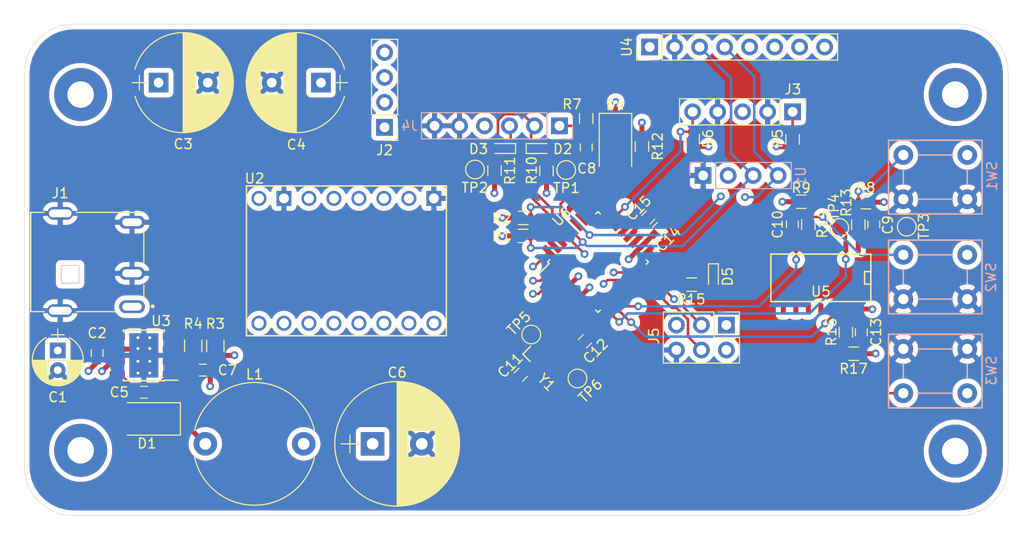
<source format=kicad_pcb>
(kicad_pcb (version 20171130) (host pcbnew "(5.1.6)-1")
  (layers (0 F.Cu power) (1 In1.Cu mixed) (2 In2.Cu mixed) (31 B.Cu power) (34 B.Paste user) (35 F.Paste user) (36 B.SilkS user) (37 F.SilkS user) (38 B.Mask user) (39 F.Mask user) (44 Edge.Cuts user))
  (net 0 "")
  (net 1 GND)
  (net 2 +12V)
  (net 3 "Net-(C5-Pad1)")
  (net 4 "Net-(C5-Pad2)")
  (net 5 +5V)
  (net 6 RESET_PIN)
  (net 7 DTR)
  (net 8 "Net-(C9-Pad1)")
  (net 9 "Net-(C10-Pad1)")
  (net 10 "Net-(C11-Pad1)")
  (net 11 "Net-(C12-Pad1)")
  (net 12 "Net-(C13-Pad1)")
  (net 13 "Net-(C15-Pad1)")
  (net 14 RXI)
  (net 15 "Net-(D2-Pad2)")
  (net 16 TXO)
  (net 17 "Net-(D3-Pad2)")
  (net 18 "Net-(D5-Pad2)")
  (net 19 "Net-(J2-Pad1)")
  (net 20 "Net-(J2-Pad2)")
  (net 21 "Net-(J2-Pad3)")
  (net 22 "Net-(J2-Pad4)")
  (net 23 SENSE)
  (net 24 "Net-(J3-Pad1)")
  (net 25 MOSI)
  (net 26 SCK)
  (net 27 MISO)
  (net 28 SCL)
  (net 29 SDA)
  (net 30 V_SNS)
  (net 31 "Net-(R13-Pad1)")
  (net 32 "Net-(R14-Pad1)")
  (net 33 "Net-(R16-Pad2)")
  (net 34 UP_BTN)
  (net 35 M0)
  (net 36 M1)
  (net 37 M2)
  (net 38 STEP)
  (net 39 DIR)
  (net 40 MODE_BTN)
  (net 41 DOWN_BTN)
  (module "Kitty Caddy:SPST_ESwitch" (layer B.Cu) (at 121.3918 90.8344)
    (fp_text reference SW3 (at 8.9662 -2.3114 90) (layer B.SilkS) (effects (justify mirror)))
    (fp_text value MODE)
    (pad 4 thru_hole circle (at 6.5 -4.5) (size 2 2) (drill 1.05) (layers *.Cu *.Mask) (net 1 GND))
    (pad 3 thru_hole circle (at 0 -4.5) (size 2 2) (drill 1.05) (layers *.Cu *.Mask) (net 1 GND))
    (pad 2 thru_hole circle (at 6.5 0) (size 2 2) (drill 1.05) (layers *.Cu *.Mask) (net 33 "Net-(R16-Pad2)"))
    (pad 1 thru_hole circle (at 0 0) (size 2 2) (drill 1.05) (layers *.Cu *.Mask) (net 33 "Net-(R16-Pad2)"))
  )
  (module "Kitty Caddy:SPST_ESwitch" (layer B.Cu) (at 121.3918 81.2586)
    (fp_text reference SW2 (at 8.9154 -2.2098 90) (layer B.SilkS) (effects (justify mirror)))
    (fp_text value DOWN)
    (pad 4 thru_hole circle (at 6.5 -4.5) (size 2 2) (drill 1.05) (layers *.Cu *.Mask) (net 32 "Net-(R14-Pad1)"))
    (pad 3 thru_hole circle (at 0 -4.5) (size 2 2) (drill 1.05) (layers *.Cu *.Mask) (net 32 "Net-(R14-Pad1)"))
    (pad 2 thru_hole circle (at 6.5 0) (size 2 2) (drill 1.05) (layers *.Cu *.Mask) (net 1 GND))
    (pad 1 thru_hole circle (at 0 0) (size 2 2) (drill 1.05) (layers *.Cu *.Mask) (net 1 GND))
  )
  (module "Kitty Caddy:SPST_ESwitch" (layer B.Cu) (at 121.3918 71.0986)
    (fp_text reference SW1 (at 9.017 -2.3622 90) (layer B.SilkS) (effects (justify mirror)))
    (fp_text value UP)
    (pad 4 thru_hole circle (at 6.5 -4.5) (size 2 2) (drill 1.05) (layers *.Cu *.Mask) (net 31 "Net-(R13-Pad1)"))
    (pad 3 thru_hole circle (at 0 -4.5) (size 2 2) (drill 1.05) (layers *.Cu *.Mask) (net 31 "Net-(R13-Pad1)"))
    (pad 2 thru_hole circle (at 6.5 0) (size 2 2) (drill 1.05) (layers *.Cu *.Mask) (net 1 GND))
    (pad 1 thru_hole circle (at 0 0) (size 2 2) (drill 1.05) (layers *.Cu *.Mask) (net 1 GND))
  )
  (module "Kitty Caddy:SMD-3225_4P" (layer F.Cu) (at 84.581711 87.867439 315)
    (fp_text reference Y1 (at 1.706708 0.944604 315) (layer F.SilkS))
    (fp_text value 16MHz)
    (pad 4 smd rect (at -0.7 -2.3 315) (size 1.4 1.2) (layers F.Cu F.Paste F.Mask) (net 1 GND))
    (pad 3 smd rect (at 1.5 -2.3 315) (size 1.4 1.2) (layers F.Cu F.Paste F.Mask) (net 11 "Net-(C12-Pad1)"))
    (pad 2 smd rect (at 1.5 -0.6 315) (size 1.4 1.2) (layers F.Cu F.Paste F.Mask) (net 1 GND))
    (pad 1 smd rect (at -0.7 -0.6 315) (size 1.4 1.2) (layers F.Cu F.Paste F.Mask) (net 10 "Net-(C11-Pad1)"))
  )
  (module "Kitty Caddy:DRV8825" (layer F.Cu) (at 74.9434 84.9886 90)
    (fp_text reference U2 (at 16 -19.5 180) (layer F.SilkS))
    (fp_text value DRV8825)
    (pad 16 thru_hole rect (at 13.97 -1.27 90) (size 1.524 1.524) (drill 1.02) (layers *.Cu *.Mask) (net 1 GND))
    (pad 15 thru_hole circle (at 13.97 -3.81 90) (size 1.524 1.524) (drill 1.02) (layers *.Cu *.Mask))
    (pad 14 thru_hole circle (at 13.97 -6.35 90) (size 1.524 1.524) (drill 1.02) (layers *.Cu *.Mask) (net 20 "Net-(J2-Pad2)"))
    (pad 13 thru_hole circle (at 13.97 -8.89 90) (size 1.524 1.524) (drill 1.02) (layers *.Cu *.Mask) (net 19 "Net-(J2-Pad1)"))
    (pad 12 thru_hole circle (at 13.97 -11.43 90) (size 1.524 1.524) (drill 1.02) (layers *.Cu *.Mask) (net 21 "Net-(J2-Pad3)"))
    (pad 11 thru_hole circle (at 13.97 -13.97 90) (size 1.524 1.524) (drill 1.02) (layers *.Cu *.Mask) (net 22 "Net-(J2-Pad4)"))
    (pad 10 thru_hole rect (at 13.97 -16.51 90) (size 1.524 1.524) (drill 1.02) (layers *.Cu *.Mask) (net 1 GND))
    (pad 9 thru_hole circle (at 13.97 -19.05 90) (size 1.524 1.524) (drill 1.02) (layers *.Cu *.Mask) (net 2 +12V))
    (pad 8 thru_hole circle (at 1.27 -1.27 90) (size 1.524 1.524) (drill 1.02) (layers *.Cu *.Mask) (net 39 DIR))
    (pad 7 thru_hole circle (at 1.27 -3.81 90) (size 1.524 1.524) (drill 1.02) (layers *.Cu *.Mask) (net 38 STEP))
    (pad 6 thru_hole circle (at 1.27 -6.35 90) (size 1.524 1.524) (drill 1.02) (layers *.Cu *.Mask) (net 5 +5V))
    (pad 5 thru_hole circle (at 1.27 -8.89 90) (size 1.524 1.524) (drill 1.02) (layers *.Cu *.Mask) (net 5 +5V))
    (pad 4 thru_hole circle (at 1.27 -11.43 90) (size 1.524 1.524) (drill 1.02) (layers *.Cu *.Mask) (net 37 M2))
    (pad 3 thru_hole circle (at 1.27 -13.97 90) (size 1.524 1.524) (drill 1.02) (layers *.Cu *.Mask) (net 36 M1))
    (pad 2 thru_hole circle (at 1.27 -16.51 90) (size 1.524 1.524) (drill 1.02) (layers *.Cu *.Mask) (net 35 M0))
    (pad 1 thru_hole circle (at 1.27 -19.05 90) (size 1.524 1.524) (drill 1.02) (layers *.Cu *.Mask))
  )
  (module Mounting_Holes:MountingHole_2.7mm_Pad (layer F.Cu) (at 126.6702 96.7272)
    (fp_text reference REF** hide)
    (fp_text value MountingHole_2.7mm_Pad)
    (pad 1 thru_hole circle (at 0 0) (size 5.4 5.4) (drill 2.7) (layers *.Cu *.Mask))
  )
  (module Mounting_Holes:MountingHole_2.7mm_Pad (layer F.Cu) (at 37.7702 96.6472)
    (fp_text reference REF** hide)
    (fp_text value MountingHole_2.7mm_Pad)
    (pad 1 thru_hole circle (at 0 0) (size 5.4 5.4) (drill 2.7) (layers *.Cu *.Mask))
  )
  (module Mounting_Holes:MountingHole_2.7mm_Pad (layer F.Cu) (at 126.6702 60.4522)
    (fp_text reference REF** hide)
    (fp_text value MountingHole_2.7mm_Pad)
    (pad 1 thru_hole circle (at 0 0) (size 5.4 5.4) (drill 2.7) (layers *.Cu *.Mask))
  )
  (module Mounting_Holes:MountingHole_2.7mm_Pad (layer F.Cu) (at 37.7702 60.4522)
    (fp_text reference REF** hide)
    (fp_text value MountingHole_2.7mm_Pad)
    (pad 1 thru_hole circle (at 0 0) (size 5.4 5.4) (drill 2.7) (layers *.Cu *.Mask))
  )
  (module Capacitors_THT:CP_Radial_D5.0mm_P2.00mm (layer F.Cu) (at 35.4434 86.4886 270)
    (fp_text reference C1 (at 4.75 0 180) (layer F.SilkS))
    (fp_text value 10uF)
    (pad 1 thru_hole rect (at 0 0 270) (size 1.6 1.6) (drill 0.8) (layers *.Cu *.Mask) (net 2 +12V))
    (pad 2 thru_hole circle (at 2 0 270) (size 1.6 1.6) (drill 0.8) (layers *.Cu *.Mask) (net 1 GND))
  )
  (module Capacitors_SMD:C_0603 (layer F.Cu) (at 39.4434 86.7386 90)
    (fp_text reference C2 (at 2.02052 0 180) (layer F.SilkS))
    (fp_text value 0.1uF)
    (pad 2 smd rect (at 0.75 0 90) (size 0.8 0.75) (layers F.Cu F.Paste F.Mask) (net 1 GND))
    (pad 1 smd rect (at -0.75 0 90) (size 0.8 0.75) (layers F.Cu F.Paste F.Mask) (net 2 +12V))
  )
  (module Capacitors_THT:CP_Radial_D10.0mm_P5.00mm (layer F.Cu) (at 45.6934 59.2386)
    (fp_text reference C3 (at 2.5 6.25) (layer F.SilkS))
    (fp_text value 100uF)
    (pad 1 thru_hole rect (at 0 0) (size 2 2) (drill 1) (layers *.Cu *.Mask) (net 2 +12V))
    (pad 2 thru_hole circle (at 5 0) (size 2 2) (drill 1) (layers *.Cu *.Mask) (net 1 GND))
  )
  (module Capacitors_THT:CP_Radial_D10.0mm_P5.00mm (layer F.Cu) (at 62.1934 59.2386 180)
    (fp_text reference C4 (at 2.5 -6.31) (layer F.SilkS))
    (fp_text value 47uF)
    (pad 1 thru_hole rect (at 0 0 180) (size 2 2) (drill 1) (layers *.Cu *.Mask) (net 2 +12V))
    (pad 2 thru_hole circle (at 5 0 180) (size 2 2) (drill 1) (layers *.Cu *.Mask) (net 1 GND))
  )
  (module Capacitors_SMD:C_0603 (layer F.Cu) (at 44.1934 90.7386)
    (fp_text reference C5 (at -2.5 0) (layer F.SilkS))
    (fp_text value 0.01uF)
    (pad 2 smd rect (at 0.75 0) (size 0.8 0.75) (layers F.Cu F.Paste F.Mask) (net 4 "Net-(C5-Pad2)"))
    (pad 1 smd rect (at -0.75 0) (size 0.8 0.75) (layers F.Cu F.Paste F.Mask) (net 3 "Net-(C5-Pad1)"))
  )
  (module Capacitors_THT:CP_Radial_D12.5mm_P5.00mm (layer F.Cu) (at 67.4434 95.9886)
    (fp_text reference C6 (at 2.5 -7.25) (layer F.SilkS))
    (fp_text value 220uF)
    (pad 1 thru_hole rect (at 0 0) (size 2.4 2.4) (drill 1.2) (layers *.Cu *.Mask) (net 5 +5V))
    (pad 2 thru_hole circle (at 5 0) (size 2.4 2.4) (drill 1.2) (layers *.Cu *.Mask) (net 1 GND))
  )
  (module Capacitors_SMD:C_0603 (layer F.Cu) (at 50.1934 88.4886 180)
    (fp_text reference C7 (at -2.5 0) (layer F.SilkS))
    (fp_text value 0.1uF)
    (pad 2 smd rect (at 0.75 0 180) (size 0.8 0.75) (layers F.Cu F.Paste F.Mask) (net 1 GND))
    (pad 1 smd rect (at -0.75 0 180) (size 0.8 0.75) (layers F.Cu F.Paste F.Mask) (net 5 +5V))
  )
  (module Capacitors_SMD:C_0603 (layer F.Cu) (at 89.1592 65.8154 90)
    (fp_text reference C8 (at -2.159 0.0508 180) (layer F.SilkS))
    (fp_text value 0.1uF)
    (pad 2 smd rect (at 0.75 0 90) (size 0.8 0.75) (layers F.Cu F.Paste F.Mask) (net 7 DTR))
    (pad 1 smd rect (at -0.75 0 90) (size 0.8 0.75) (layers F.Cu F.Paste F.Mask) (net 6 RESET_PIN))
  )
  (module Capacitors_SMD:C_0603 (layer F.Cu) (at 118.3946 73.664 90)
    (fp_text reference C9 (at -0.0508 1.4224 90) (layer F.SilkS))
    (fp_text value 0.1uF)
    (pad 2 smd rect (at 0.75 0 90) (size 0.8 0.75) (layers F.Cu F.Paste F.Mask) (net 1 GND))
    (pad 1 smd rect (at -0.75 0 90) (size 0.8 0.75) (layers F.Cu F.Paste F.Mask) (net 8 "Net-(C9-Pad1)"))
  )
  (module Capacitors_SMD:C_0603 (layer F.Cu) (at 110.1142 73.664 90)
    (fp_text reference C10 (at 0 -1.5 90) (layer F.SilkS))
    (fp_text value 0.1uF)
    (pad 2 smd rect (at 0.75 0 90) (size 0.8 0.75) (layers F.Cu F.Paste F.Mask) (net 1 GND))
    (pad 1 smd rect (at -0.75 0 90) (size 0.8 0.75) (layers F.Cu F.Paste F.Mask) (net 9 "Net-(C10-Pad1)"))
  )
  (module Capacitors_SMD:C_0603 (layer F.Cu) (at 82.5044 88.9548 225)
    (fp_text reference C11 (at 0.089803 1.41888 45) (layer F.SilkS))
    (fp_text value 22pF)
    (pad 2 smd rect (at 0.75 0 225) (size 0.8 0.75) (layers F.Cu F.Paste F.Mask) (net 1 GND))
    (pad 1 smd rect (at -0.75 0 225) (size 0.8 0.75) (layers F.Cu F.Paste F.Mask) (net 10 "Net-(C11-Pad1)"))
  )
  (module Capacitors_SMD:C_0603 (layer F.Cu) (at 89.0322 85.5512 45)
    (fp_text reference C12 (at 0.053882 1.490723 45) (layer F.SilkS))
    (fp_text value 22pF)
    (pad 2 smd rect (at 0.75 0 45) (size 0.8 0.75) (layers F.Cu F.Paste F.Mask) (net 1 GND))
    (pad 1 smd rect (at -0.75 0 45) (size 0.8 0.75) (layers F.Cu F.Paste F.Mask) (net 11 "Net-(C12-Pad1)"))
  )
  (module Capacitors_SMD:C_0603 (layer F.Cu) (at 117.1246 84.6368 270)
    (fp_text reference C13 (at 0 -1.5 90) (layer F.SilkS))
    (fp_text value 0.1uF)
    (pad 2 smd rect (at 0.75 0 270) (size 0.8 0.75) (layers F.Cu F.Paste F.Mask) (net 1 GND))
    (pad 1 smd rect (at -0.75 0 270) (size 0.8 0.75) (layers F.Cu F.Paste F.Mask) (net 12 "Net-(C13-Pad1)"))
  )
  (module Capacitors_SMD:C_0603 (layer F.Cu) (at 96.576 74.1212 225)
    (fp_text reference C14 (at 0.071842 -1.40092 45) (layer F.SilkS))
    (fp_text value 0.1uF)
    (pad 2 smd rect (at 0.75 0 225) (size 0.8 0.75) (layers F.Cu F.Paste F.Mask) (net 5 +5V))
    (pad 1 smd rect (at -0.75 0 225) (size 0.8 0.75) (layers F.Cu F.Paste F.Mask) (net 1 GND))
  )
  (module Capacitors_SMD:C_0603 (layer F.Cu) (at 95.4584 72.9528 45)
    (fp_text reference C15 (at -0.017961 -1.347038 45) (layer F.SilkS))
    (fp_text value 0.1uF)
    (pad 2 smd rect (at 0.75 0 45) (size 0.8 0.75) (layers F.Cu F.Paste F.Mask) (net 1 GND))
    (pad 1 smd rect (at -0.75 0 45) (size 0.8 0.75) (layers F.Cu F.Paste F.Mask) (net 13 "Net-(C15-Pad1)"))
  )
  (module Diodes_SMD:D_SMA (layer F.Cu) (at 44.506 93.4506 180)
    (fp_text reference D1 (at 0 -2.5) (layer F.SilkS))
    (fp_text value B340)
    (pad 1 smd rect (at -2 0 180) (size 2.5 1.8) (layers F.Cu F.Paste F.Mask) (net 3 "Net-(C5-Pad1)"))
    (pad 2 smd rect (at 2 0 180) (size 2.5 1.8) (layers F.Cu F.Paste F.Mask) (net 1 GND))
  )
  (module LEDs:LED_0603 (layer F.Cu) (at 84.3586 65.9424)
    (fp_text reference D2 (at 2.413 0.0508) (layer F.SilkS))
    (fp_text value "RX Red")
    (pad 2 smd rect (at 0.8 0 180) (size 0.8 0.8) (layers F.Cu F.Paste F.Mask) (net 15 "Net-(D2-Pad2)"))
    (pad 1 smd rect (at -0.8 0 180) (size 0.8 0.8) (layers F.Cu F.Paste F.Mask) (net 14 RXI))
  )
  (module LEDs:LED_0603 (layer F.Cu) (at 80.6756 65.9424 180)
    (fp_text reference D3 (at 2.4638 -0.0508 180) (layer F.SilkS))
    (fp_text value "TX Green")
    (pad 2 smd rect (at 0.8 0) (size 0.8 0.8) (layers F.Cu F.Paste F.Mask) (net 17 "Net-(D3-Pad2)"))
    (pad 1 smd rect (at -0.8 0) (size 0.8 0.8) (layers F.Cu F.Paste F.Mask) (net 16 TXO))
  )
  (module Diodes_SMD:D_SMA (layer F.Cu) (at 92.131 65.7646 270)
    (fp_text reference D4 (at -4.2672 0 180) (layer F.SilkS))
    (fp_text value D_RESET)
    (pad 1 smd rect (at -2 0 270) (size 2.5 1.8) (layers F.Cu F.Paste F.Mask) (net 5 +5V))
    (pad 2 smd rect (at 2 0 270) (size 2.5 1.8) (layers F.Cu F.Paste F.Mask) (net 6 RESET_PIN))
  )
  (module LEDs:LED_0603 (layer F.Cu) (at 102.0878 78.9726 270)
    (fp_text reference D5 (at 0 -1.4478 90) (layer F.SilkS))
    (fp_text value "Debug LED")
    (pad 2 smd rect (at 0.8 0 90) (size 0.8 0.8) (layers F.Cu F.Paste F.Mask) (net 18 "Net-(D5-Pad2)"))
    (pad 1 smd rect (at -0.8 0 90) (size 0.8 0.8) (layers F.Cu F.Paste F.Mask) (net 1 GND))
  )
  (module "Kitty Caddy:CUI_PJ-051A" (layer F.Cu) (at 38.4434 77.4886 180)
    (fp_text reference J1 (at 2.75 7) (layer F.SilkS) (effects (font (size 1.000079 1.000079))))
    (fp_text value PJ-051A)
    (fp_line (start 0.85 -0.35) (end 0.85 -2.15) (layer Edge.Cuts) (width 0.1))
    (fp_line (start 0.85 -2.15) (end 2.65 -2.15) (layer Edge.Cuts) (width 0.1))
    (fp_line (start 2.65 -2.15) (end 2.65 -0.35) (layer Edge.Cuts) (width 0.1))
    (fp_line (start 2.65 -0.35) (end 0.85 -0.35) (layer Edge.Cuts) (width 0.1))
    (pad 1 thru_hole oval (at -4.55 -4.55 180) (size 2.616 1.308) (drill oval 2 0.8) (layers *.Cu *.Mask) (net 2 +12V))
    (pad 3 thru_hole oval (at -4.55 -1.15 180) (size 2.616 1.308) (drill oval 2 0.8) (layers *.Cu *.Mask) (net 1 GND))
    (pad 2 thru_hole oval (at -4.55 4.05 180) (size 2.616 1.308) (drill oval 2 0.8) (layers *.Cu *.Mask) (net 1 GND))
    (pad 5 thru_hole oval (at 2.75 4.95 180) (size 2.616 1.308) (drill oval 2.3 0.8) (layers *.Cu *.Mask) (net 1 GND))
    (pad 6 thru_hole oval (at 2.75 -4.95 180) (size 2.616 1.308) (drill oval 2.3 0.8) (layers *.Cu *.Mask) (net 1 GND))
    (pad None np_thru_hole circle (at 1.75 -1.25 180) (size 1.3 1.3) (drill 1.3) (layers *.Cu *.Mask))
  )
  (module Pin_Headers:Pin_Header_Straight_1x04_Pitch2.54mm (layer F.Cu) (at 68.6614 63.7834 180)
    (fp_text reference J2 (at 0 -2.33) (layer F.SilkS))
    (fp_text value "Motor Conn VM")
    (pad 1 thru_hole rect (at 0 0 180) (size 1.7 1.7) (drill 1) (layers *.Cu *.Mask) (net 19 "Net-(J2-Pad1)"))
    (pad 2 thru_hole oval (at 0 2.54 180) (size 1.7 1.7) (drill 1) (layers *.Cu *.Mask) (net 20 "Net-(J2-Pad2)"))
    (pad 3 thru_hole oval (at 0 5.08 180) (size 1.7 1.7) (drill 1) (layers *.Cu *.Mask) (net 21 "Net-(J2-Pad3)"))
    (pad 4 thru_hole oval (at 0 7.62 180) (size 1.7 1.7) (drill 1) (layers *.Cu *.Mask) (net 22 "Net-(J2-Pad4)"))
  )
  (module Pin_Headers:Pin_Header_Straight_1x05_Pitch2.54mm (layer F.Cu) (at 110.1396 62.2086 270)
    (fp_text reference J3 (at -2.286 -0.0254 180) (layer F.SilkS))
    (fp_text value "Optocoupler Conn VM")
    (pad 1 thru_hole rect (at 0 0 270) (size 1.7 1.7) (drill 1) (layers *.Cu *.Mask) (net 24 "Net-(J3-Pad1)"))
    (pad 2 thru_hole oval (at 0 2.54 270) (size 1.7 1.7) (drill 1) (layers *.Cu *.Mask) (net 1 GND))
    (pad 3 thru_hole oval (at 0 5.08 270) (size 1.7 1.7) (drill 1) (layers *.Cu *.Mask))
    (pad 4 thru_hole oval (at 0 7.62 270) (size 1.7 1.7) (drill 1) (layers *.Cu *.Mask) (net 1 GND))
    (pad 5 thru_hole oval (at 0 10.16 270) (size 1.7 1.7) (drill 1) (layers *.Cu *.Mask) (net 23 SENSE))
  )
  (module Pin_Headers:Pin_Header_Straight_1x06_Pitch2.54mm (layer B.Cu) (at 86.4414 63.631 90)
    (fp_text reference J4 (at 0 -15.24 -180) (layer B.SilkS) (effects (justify mirror)))
    (fp_text value "Serial Conn RM")
    (pad 1 thru_hole rect (at 0 0 90) (size 1.7 1.7) (drill 1) (layers *.Cu *.Mask) (net 7 DTR))
    (pad 2 thru_hole oval (at 0 -2.54 90) (size 1.7 1.7) (drill 1) (layers *.Cu *.Mask) (net 14 RXI))
    (pad 3 thru_hole oval (at 0 -5.08 90) (size 1.7 1.7) (drill 1) (layers *.Cu *.Mask) (net 16 TXO))
    (pad 4 thru_hole oval (at 0 -7.62 90) (size 1.7 1.7) (drill 1) (layers *.Cu *.Mask) (net 5 +5V))
    (pad 5 thru_hole oval (at 0 -10.16 90) (size 1.7 1.7) (drill 1) (layers *.Cu *.Mask) (net 1 GND))
    (pad 6 thru_hole oval (at 0 -12.7 90) (size 1.7 1.7) (drill 1) (layers *.Cu *.Mask) (net 1 GND))
  )
  (module Pin_Headers:Pin_Header_Straight_2x03_Pitch2.54mm (layer F.Cu) (at 103.4086 83.9002 270)
    (fp_text reference J5 (at 1.1176 7.366 90) (layer F.SilkS))
    (fp_text value "ICSP Header VM")
    (pad 1 thru_hole rect (at 0 0 270) (size 1.7 1.7) (drill 1) (layers *.Cu *.Mask) (net 27 MISO))
    (pad 2 thru_hole oval (at 2.54 0 270) (size 1.7 1.7) (drill 1) (layers *.Cu *.Mask) (net 5 +5V))
    (pad 3 thru_hole oval (at 0 2.54 270) (size 1.7 1.7) (drill 1) (layers *.Cu *.Mask) (net 26 SCK))
    (pad 4 thru_hole oval (at 2.54 2.54 270) (size 1.7 1.7) (drill 1) (layers *.Cu *.Mask) (net 25 MOSI))
    (pad 5 thru_hole oval (at 0 5.08 270) (size 1.7 1.7) (drill 1) (layers *.Cu *.Mask) (net 6 RESET_PIN))
    (pad 6 thru_hole oval (at 2.54 5.08 270) (size 1.7 1.7) (drill 1) (layers *.Cu *.Mask) (net 1 GND))
  )
  (module Inductors_THT:L_Radial_D12.0mm_P10.00mm_Neosid_SD12_style1 (layer F.Cu) (at 50.4434 95.9886)
    (fp_text reference L1 (at 5 -7.06) (layer F.SilkS))
    (fp_text value 15uH)
    (pad 1 thru_hole circle (at 0 0) (size 2.4 2.4) (drill 1.2) (layers *.Cu *.Mask) (net 3 "Net-(C5-Pad1)"))
    (pad 2 thru_hole circle (at 10 0) (size 2.4 2.4) (drill 1.2) (layers *.Cu *.Mask) (net 5 +5V))
  )
  (module Resistors_SMD:R_0603 (layer F.Cu) (at 82.733 74.8324 180)
    (fp_text reference R1 (at 2.1844 -0.0508) (layer F.SilkS))
    (fp_text value 10k)
    (pad 1 smd rect (at -0.75 0 180) (size 0.5 0.9) (layers F.Cu F.Paste F.Mask) (net 28 SCL))
    (pad 2 smd rect (at 0.75 0 180) (size 0.5 0.9) (layers F.Cu F.Paste F.Mask) (net 5 +5V))
  )
  (module Resistors_SMD:R_0603 (layer F.Cu) (at 82.7584 73.0036 180)
    (fp_text reference R2 (at 2.2098 -0.0508) (layer F.SilkS))
    (fp_text value 10k)
    (pad 1 smd rect (at -0.75 0 180) (size 0.5 0.9) (layers F.Cu F.Paste F.Mask) (net 29 SDA))
    (pad 2 smd rect (at 0.75 0 180) (size 0.5 0.9) (layers F.Cu F.Paste F.Mask) (net 5 +5V))
  )
  (module Resistors_SMD:R_0805 (layer F.Cu) (at 51.45864 86.02416 90)
    (fp_text reference R3 (at 2.25 0 180) (layer F.SilkS))
    (fp_text value 10k)
    (pad 1 smd rect (at -0.95 0 90) (size 0.7 1.3) (layers F.Cu F.Paste F.Mask) (net 5 +5V))
    (pad 2 smd rect (at 0.95 0 90) (size 0.7 1.3) (layers F.Cu F.Paste F.Mask) (net 30 V_SNS))
  )
  (module Resistors_SMD:R_0805 (layer F.Cu) (at 49.20864 86.02416 270)
    (fp_text reference R4 (at -2.25 0 180) (layer F.SilkS))
    (fp_text value 3.24k)
    (pad 1 smd rect (at -0.95 0 270) (size 0.7 1.3) (layers F.Cu F.Paste F.Mask) (net 30 V_SNS))
    (pad 2 smd rect (at 0.95 0 270) (size 0.7 1.3) (layers F.Cu F.Paste F.Mask) (net 1 GND))
  )
  (module Resistors_SMD:R_0603 (layer F.Cu) (at 110.1396 65.0026 90)
    (fp_text reference R5 (at 0.0762 -1.524 90) (layer F.SilkS))
    (fp_text value 120)
    (pad 1 smd rect (at -0.75 0 90) (size 0.5 0.9) (layers F.Cu F.Paste F.Mask) (net 5 +5V))
    (pad 2 smd rect (at 0.75 0 90) (size 0.5 0.9) (layers F.Cu F.Paste F.Mask) (net 24 "Net-(J3-Pad1)"))
  )
  (module Resistors_SMD:R_0603 (layer F.Cu) (at 99.9796 64.9772 270)
    (fp_text reference R6 (at -0.0508 -1.5748 90) (layer F.SilkS))
    (fp_text value 22k)
    (pad 1 smd rect (at -0.75 0 270) (size 0.5 0.9) (layers F.Cu F.Paste F.Mask) (net 23 SENSE))
    (pad 2 smd rect (at 0.75 0 270) (size 0.5 0.9) (layers F.Cu F.Paste F.Mask) (net 5 +5V))
  )
  (module Resistors_SMD:R_0603 (layer F.Cu) (at 89.1592 62.8944 270)
    (fp_text reference R7 (at -1.4478 1.4478 180) (layer F.SilkS))
    (fp_text value 1k)
    (pad 1 smd rect (at -0.75 0 270) (size 0.5 0.9) (layers F.Cu F.Paste F.Mask) (net 1 GND))
    (pad 2 smd rect (at 0.75 0 270) (size 0.5 0.9) (layers F.Cu F.Paste F.Mask) (net 7 DTR))
  )
  (module Resistors_SMD:R_0603 (layer F.Cu) (at 117.5818 71.4034)
    (fp_text reference R8 (at 0 -1.4732) (layer F.SilkS))
    (fp_text value 10k)
    (pad 1 smd rect (at -0.75 0) (size 0.5 0.9) (layers F.Cu F.Paste F.Mask) (net 31 "Net-(R13-Pad1)"))
    (pad 2 smd rect (at 0.75 0) (size 0.5 0.9) (layers F.Cu F.Paste F.Mask) (net 5 +5V))
  )
  (module Resistors_SMD:R_0603 (layer F.Cu) (at 111.0032 71.3526 180)
    (fp_text reference R9 (at 0 1.397) (layer F.SilkS))
    (fp_text value 10k)
    (pad 1 smd rect (at -0.75 0 180) (size 0.5 0.9) (layers F.Cu F.Paste F.Mask) (net 32 "Net-(R14-Pad1)"))
    (pad 2 smd rect (at 0.75 0 180) (size 0.5 0.9) (layers F.Cu F.Paste F.Mask) (net 5 +5V))
  )
  (module Resistors_SMD:R_0603 (layer F.Cu) (at 85.1206 68.203 90)
    (fp_text reference R10 (at 0.0388 -1.4986 90) (layer F.SilkS))
    (fp_text value 1k)
    (pad 1 smd rect (at -0.75 0 90) (size 0.5 0.9) (layers F.Cu F.Paste F.Mask) (net 5 +5V))
    (pad 2 smd rect (at 0.75 0 90) (size 0.5 0.9) (layers F.Cu F.Paste F.Mask) (net 15 "Net-(D2-Pad2)"))
  )
  (module Resistors_SMD:R_0603 (layer F.Cu) (at 79.8374 68.191 90)
    (fp_text reference R11 (at -0.012 1.5748 90) (layer F.SilkS))
    (fp_text value 1k)
    (pad 1 smd rect (at -0.75 0 90) (size 0.5 0.9) (layers F.Cu F.Paste F.Mask) (net 5 +5V))
    (pad 2 smd rect (at 0.75 0 90) (size 0.5 0.9) (layers F.Cu F.Paste F.Mask) (net 17 "Net-(D3-Pad2)"))
  )
  (module Resistors_SMD:R_0603 (layer F.Cu) (at 94.8234 65.7258 90)
    (fp_text reference R12 (at 0 1.6002 90) (layer F.SilkS))
    (fp_text value 10k)
    (pad 1 smd rect (at -0.75 0 90) (size 0.5 0.9) (layers F.Cu F.Paste F.Mask) (net 6 RESET_PIN))
    (pad 2 smd rect (at 0.75 0 90) (size 0.5 0.9) (layers F.Cu F.Paste F.Mask) (net 5 +5V))
  )
  (module Resistors_SMD:R_0603 (layer F.Cu) (at 116.8198 73.6894 270)
    (fp_text reference R13 (at -2.2352 1.2192 90) (layer F.SilkS))
    (fp_text value 10k)
    (pad 1 smd rect (at -0.75 0 270) (size 0.5 0.9) (layers F.Cu F.Paste F.Mask) (net 31 "Net-(R13-Pad1)"))
    (pad 2 smd rect (at 0.75 0 270) (size 0.5 0.9) (layers F.Cu F.Paste F.Mask) (net 8 "Net-(C9-Pad1)"))
  )
  (module Resistors_SMD:R_0603 (layer F.Cu) (at 111.7398 73.664 270)
    (fp_text reference R14 (at -0.0254 -1.4224 90) (layer F.SilkS))
    (fp_text value 10k)
    (pad 1 smd rect (at -0.75 0 270) (size 0.5 0.9) (layers F.Cu F.Paste F.Mask) (net 32 "Net-(R14-Pad1)"))
    (pad 2 smd rect (at 0.75 0 270) (size 0.5 0.9) (layers F.Cu F.Paste F.Mask) (net 9 "Net-(C10-Pad1)"))
  )
  (module Resistors_SMD:R_0603 (layer F.Cu) (at 99.878 79.7854)
    (fp_text reference R15 (at -0.0508 1.4986) (layer F.SilkS))
    (fp_text value 1k)
    (pad 1 smd rect (at -0.75 0) (size 0.5 0.9) (layers F.Cu F.Paste F.Mask) (net 26 SCK))
    (pad 2 smd rect (at 0.75 0) (size 0.5 0.9) (layers F.Cu F.Paste F.Mask) (net 18 "Net-(D5-Pad2)"))
  )
  (module Resistors_SMD:R_0603 (layer F.Cu) (at 115.5498 84.6368 270)
    (fp_text reference R16 (at -0.0254 1.4732 90) (layer F.SilkS))
    (fp_text value 10k)
    (pad 1 smd rect (at -0.75 0 270) (size 0.5 0.9) (layers F.Cu F.Paste F.Mask) (net 12 "Net-(C13-Pad1)"))
    (pad 2 smd rect (at 0.75 0 270) (size 0.5 0.9) (layers F.Cu F.Paste F.Mask) (net 33 "Net-(R16-Pad2)"))
  )
  (module Resistors_SMD:R_0603 (layer F.Cu) (at 116.3626 86.8212)
    (fp_text reference R17 (at -0.0254 1.524) (layer F.SilkS))
    (fp_text value 10k)
    (pad 1 smd rect (at -0.75 0) (size 0.5 0.9) (layers F.Cu F.Paste F.Mask) (net 33 "Net-(R16-Pad2)"))
    (pad 2 smd rect (at 0.75 0) (size 0.5 0.9) (layers F.Cu F.Paste F.Mask) (net 5 +5V))
  )
  (module TestPoint:TestPoint_Pad_D1.5mm (layer F.Cu) (at 87.1272 68.1268)
    (fp_text reference TP1 (at 0.0254 1.8288 180) (layer F.SilkS))
    (fp_text value TP_RXL)
    (pad 1 smd circle (at 0 0) (size 1.5 1.5) (layers F.Cu F.Mask) (net 15 "Net-(D2-Pad2)"))
  )
  (module TestPoint:TestPoint_Pad_D1.5mm (layer F.Cu) (at 77.8562 68.076)
    (fp_text reference TP2 (at -0.0254 1.8542 180) (layer F.SilkS))
    (fp_text value TP_TXL)
    (pad 1 smd circle (at 0 0) (size 1.5 1.5) (layers F.Cu F.Mask) (net 17 "Net-(D3-Pad2)"))
  )
  (module TestPoint:TestPoint_Pad_D1.5mm (layer F.Cu) (at 121.7474 73.8926)
    (fp_text reference TP3 (at 1.7272 -0.0254 90) (layer F.SilkS))
    (fp_text value TP_UP1)
    (pad 1 smd circle (at 0 0) (size 1.5 1.5) (layers F.Cu F.Mask) (net 8 "Net-(C9-Pad1)"))
  )
  (module TestPoint:TestPoint_Pad_D1.5mm (layer F.Cu) (at 114.8894 74.0196)
    (fp_text reference TP4 (at -0.5588 -2.1336 90) (layer F.SilkS))
    (fp_text value TP_UP2)
    (pad 1 smd circle (at 0 0) (size 1.5 1.5) (layers F.Cu F.Mask) (net 34 UP_BTN))
  )
  (module TestPoint:TestPoint_Pad_D1.5mm (layer F.Cu) (at 83.5712 84.8654)
    (fp_text reference TP5 (at -1.2446 -1.143 45) (layer F.SilkS))
    (fp_text value TP_X1)
    (pad 1 smd circle (at 0 0) (size 1.5 1.5) (layers F.Cu F.Mask) (net 10 "Net-(C11-Pad1)"))
  )
  (module TestPoint:TestPoint_Pad_D1.5mm (layer F.Cu) (at 88.2702 89.3358)
    (fp_text reference TP6 (at 1.3208 1.27 45) (layer F.SilkS))
    (fp_text value TP_X2)
    (pad 1 smd circle (at 0 0) (size 1.5 1.5) (layers F.Cu F.Mask) (net 11 "Net-(C12-Pad1)"))
  )
  (module Pin_Headers:Pin_Header_Straight_1x04_Pitch2.54mm (layer B.Cu) (at 101.0464 68.6856 270)
    (fp_text reference U1 (at 0.0762 -9.9314 270) (layer B.SilkS) (effects (justify mirror)))
    (fp_text value OLED_Display)
    (pad 1 thru_hole rect (at 0 0 270) (size 1.7 1.7) (drill 1) (layers *.Cu *.Mask) (net 1 GND))
    (pad 2 thru_hole oval (at 0 -2.54 270) (size 1.7 1.7) (drill 1) (layers *.Cu *.Mask) (net 5 +5V))
    (pad 3 thru_hole oval (at 0 -5.08 270) (size 1.7 1.7) (drill 1) (layers *.Cu *.Mask) (net 28 SCL))
    (pad 4 thru_hole oval (at 0 -7.62 270) (size 1.7 1.7) (drill 1) (layers *.Cu *.Mask) (net 29 SDA))
  )
  (module Housings_SOIC:TI_SO-PowerPAD-8_ThermalVias (layer F.Cu) (at 44.1934 86.9886 180)
    (fp_text reference U3 (at -1.75 3.5) (layer F.SilkS))
    (fp_text value TPS5430DDA)
    (pad 9 smd rect (at 0 0 180) (size 2.6 3.1) (layers F.Cu F.Paste F.Mask) (net 1 GND))
    (pad 9 smd rect (at 0 0 180) (size 2.95 4.5) (layers F.Cu) (net 1 GND))
    (pad 1 smd rect (at -2.7 -1.905 180) (size 1.55 0.6) (layers F.Cu F.Paste F.Mask) (net 4 "Net-(C5-Pad2)"))
    (pad 2 smd rect (at -2.7 -0.635 180) (size 1.55 0.6) (layers F.Cu F.Paste F.Mask))
    (pad 3 smd rect (at -2.7 0.635 180) (size 1.55 0.6) (layers F.Cu F.Paste F.Mask))
    (pad 4 smd rect (at -2.7 1.905 180) (size 1.55 0.6) (layers F.Cu F.Paste F.Mask) (net 30 V_SNS))
    (pad 5 smd rect (at 2.7 1.905 180) (size 1.55 0.6) (layers F.Cu F.Paste F.Mask))
    (pad 6 smd rect (at 2.7 0.635 180) (size 1.55 0.6) (layers F.Cu F.Paste F.Mask) (net 1 GND))
    (pad 7 smd rect (at 2.7 -0.635 180) (size 1.55 0.6) (layers F.Cu F.Paste F.Mask) (net 2 +12V))
    (pad 8 smd rect (at 2.7 -1.905 180) (size 1.55 0.6) (layers F.Cu F.Paste F.Mask) (net 3 "Net-(C5-Pad1)"))
    (pad 9 smd rect (at 0 0 180) (size 2.95 4.5) (layers B.Cu) (net 1 GND))
    (pad 9 thru_hole circle (at -0.6 -1.8 180) (size 0.6 0.6) (drill 0.3) (layers *.Cu) (net 1 GND))
    (pad 9 thru_hole circle (at -0.6 -0.6 180) (size 0.6 0.6) (drill 0.3) (layers *.Cu) (net 1 GND))
    (pad 9 thru_hole circle (at 0.6 -0.6 180) (size 0.6 0.6) (drill 0.3) (layers *.Cu) (net 1 GND))
    (pad 9 thru_hole circle (at 0.6 -1.8 180) (size 0.6 0.6) (drill 0.3) (layers *.Cu) (net 1 GND))
    (pad 9 thru_hole circle (at -0.6 1.8 180) (size 0.6 0.6) (drill 0.3) (layers *.Cu) (net 1 GND))
    (pad 9 thru_hole circle (at -0.6 0.7 180) (size 0.6 0.6) (drill 0.3) (layers *.Cu) (net 1 GND))
    (pad 9 thru_hole circle (at 0.6 0.7 180) (size 0.6 0.6) (drill 0.3) (layers *.Cu) (net 1 GND))
    (pad 9 thru_hole circle (at 0.6 1.8 180) (size 0.6 0.6) (drill 0.3) (layers *.Cu) (net 1 GND))
  )
  (module Pin_Headers:Pin_Header_Straight_1x08_Pitch2.54mm (layer F.Cu) (at 95.6108 55.60968 90)
    (fp_text reference U4 (at 0 -2.33 90) (layer F.SilkS))
    (fp_text value "DS3231 RTC")
    (pad 1 thru_hole rect (at 0 0 90) (size 1.7 1.7) (drill 1) (layers *.Cu *.Mask) (net 5 +5V))
    (pad 2 thru_hole oval (at 0 2.54 90) (size 1.7 1.7) (drill 1) (layers *.Cu *.Mask) (net 1 GND))
    (pad 3 thru_hole oval (at 0 5.08 90) (size 1.7 1.7) (drill 1) (layers *.Cu *.Mask) (net 28 SCL))
    (pad 4 thru_hole oval (at 0 7.62 90) (size 1.7 1.7) (drill 1) (layers *.Cu *.Mask) (net 29 SDA))
    (pad 5 thru_hole oval (at 0 10.16 90) (size 1.7 1.7) (drill 1) (layers *.Cu *.Mask))
    (pad 6 thru_hole oval (at 0 12.7 90) (size 1.7 1.7) (drill 1) (layers *.Cu *.Mask))
    (pad 7 thru_hole oval (at 0 15.24 90) (size 1.7 1.7) (drill 1) (layers *.Cu *.Mask))
    (pad 8 thru_hole oval (at 0 17.78 90) (size 1.7 1.7) (drill 1) (layers *.Cu *.Mask))
  )
  (module SMD_Packages:SOIC-14_N (layer F.Cu) (at 113.0098 79.2266 180)
    (fp_text reference U5 (at 0 -1.27) (layer F.SilkS))
    (fp_text value 74HC14D)
    (pad 1 smd rect (at -3.81 3.302 180) (size 0.508 1.143) (layers F.Cu F.Paste F.Mask) (net 8 "Net-(C9-Pad1)"))
    (pad 2 smd rect (at -2.54 3.302 180) (size 0.508 1.143) (layers F.Cu F.Paste F.Mask) (net 34 UP_BTN))
    (pad 3 smd rect (at -1.27 3.302 180) (size 0.508 1.143) (layers F.Cu F.Paste F.Mask))
    (pad 4 smd rect (at 0 3.302 180) (size 0.508 1.143) (layers F.Cu F.Paste F.Mask))
    (pad 5 smd rect (at 1.27 3.302 180) (size 0.508 1.143) (layers F.Cu F.Paste F.Mask) (net 9 "Net-(C10-Pad1)"))
    (pad 6 smd rect (at 2.54 3.302 180) (size 0.508 1.143) (layers F.Cu F.Paste F.Mask) (net 41 DOWN_BTN))
    (pad 7 smd rect (at 3.81 3.302 180) (size 0.508 1.143) (layers F.Cu F.Paste F.Mask) (net 1 GND))
    (pad 8 smd rect (at 3.81 -3.048 180) (size 0.508 1.143) (layers F.Cu F.Paste F.Mask))
    (pad 9 smd rect (at 2.54 -3.048 180) (size 0.508 1.143) (layers F.Cu F.Paste F.Mask))
    (pad 11 smd rect (at 0 -3.048 180) (size 0.508 1.143) (layers F.Cu F.Paste F.Mask))
    (pad 12 smd rect (at -1.27 -3.048 180) (size 0.508 1.143) (layers F.Cu F.Paste F.Mask) (net 40 MODE_BTN))
    (pad 13 smd rect (at -2.54 -3.048 180) (size 0.508 1.143) (layers F.Cu F.Paste F.Mask) (net 12 "Net-(C13-Pad1)"))
    (pad 14 smd rect (at -3.81 -3.048 180) (size 0.508 1.143) (layers F.Cu F.Paste F.Mask) (net 5 +5V))
    (pad 10 smd rect (at 1.27 -3.048 180) (size 0.508 1.143) (layers F.Cu F.Paste F.Mask))
  )
  (module Housings_QFP:TQFP-32_7x7mm_Pitch0.8mm (layer F.Cu) (at 90.3634 77.4886 45)
    (fp_text reference U6 (at 0.631588 -5.854844 45) (layer F.SilkS))
    (fp_text value ATmega328P-AU)
    (pad 1 smd rect (at -4.25 -2.8 45) (size 1.6 0.55) (layers F.Cu F.Paste F.Mask) (net 36 M1))
    (pad 2 smd rect (at -4.25 -2 45) (size 1.6 0.55) (layers F.Cu F.Paste F.Mask) (net 37 M2))
    (pad 3 smd rect (at -4.25 -1.2 45) (size 1.6 0.55) (layers F.Cu F.Paste F.Mask) (net 1 GND))
    (pad 4 smd rect (at -4.25 -0.4 45) (size 1.6 0.55) (layers F.Cu F.Paste F.Mask) (net 5 +5V))
    (pad 5 smd rect (at -4.25 0.4 45) (size 1.6 0.55) (layers F.Cu F.Paste F.Mask) (net 1 GND))
    (pad 6 smd rect (at -4.25 1.2 45) (size 1.6 0.55) (layers F.Cu F.Paste F.Mask) (net 5 +5V))
    (pad 7 smd rect (at -4.25 2 45) (size 1.6 0.55) (layers F.Cu F.Paste F.Mask) (net 10 "Net-(C11-Pad1)"))
    (pad 8 smd rect (at -4.25 2.8 45) (size 1.6 0.55) (layers F.Cu F.Paste F.Mask) (net 11 "Net-(C12-Pad1)"))
    (pad 9 smd rect (at -2.8 4.25 135) (size 1.6 0.55) (layers F.Cu F.Paste F.Mask) (net 34 UP_BTN))
    (pad 10 smd rect (at -2 4.25 135) (size 1.6 0.55) (layers F.Cu F.Paste F.Mask) (net 40 MODE_BTN))
    (pad 11 smd rect (at -1.2 4.25 135) (size 1.6 0.55) (layers F.Cu F.Paste F.Mask) (net 41 DOWN_BTN))
    (pad 12 smd rect (at -0.4 4.25 135) (size 1.6 0.55) (layers F.Cu F.Paste F.Mask))
    (pad 13 smd rect (at 0.4 4.25 135) (size 1.6 0.55) (layers F.Cu F.Paste F.Mask) (net 38 STEP))
    (pad 14 smd rect (at 1.2 4.25 135) (size 1.6 0.55) (layers F.Cu F.Paste F.Mask) (net 39 DIR))
    (pad 15 smd rect (at 2 4.25 135) (size 1.6 0.55) (layers F.Cu F.Paste F.Mask) (net 25 MOSI))
    (pad 16 smd rect (at 2.8 4.25 135) (size 1.6 0.55) (layers F.Cu F.Paste F.Mask) (net 27 MISO))
    (pad 17 smd rect (at 4.25 2.8 45) (size 1.6 0.55) (layers F.Cu F.Paste F.Mask) (net 26 SCK))
    (pad 18 smd rect (at 4.25 2 45) (size 1.6 0.55) (layers F.Cu F.Paste F.Mask) (net 5 +5V))
    (pad 19 smd rect (at 4.25 1.2 45) (size 1.6 0.55) (layers F.Cu F.Paste F.Mask))
    (pad 20 smd rect (at 4.25 0.4 45) (size 1.6 0.55) (layers F.Cu F.Paste F.Mask) (net 13 "Net-(C15-Pad1)"))
    (pad 21 smd rect (at 4.25 -0.4 45) (size 1.6 0.55) (layers F.Cu F.Paste F.Mask) (net 1 GND))
    (pad 22 smd rect (at 4.25 -1.2 45) (size 1.6 0.55) (layers F.Cu F.Paste F.Mask))
    (pad 23 smd rect (at 4.25 -2 45) (size 1.6 0.55) (layers F.Cu F.Paste F.Mask) (net 23 SENSE))
    (pad 24 smd rect (at 4.25 -2.8 45) (size 1.6 0.55) (layers F.Cu F.Paste F.Mask))
    (pad 25 smd rect (at 2.8 -4.25 135) (size 1.6 0.55) (layers F.Cu F.Paste F.Mask))
    (pad 26 smd rect (at 2 -4.25 135) (size 1.6 0.55) (layers F.Cu F.Paste F.Mask))
    (pad 27 smd rect (at 1.2 -4.25 135) (size 1.6 0.55) (layers F.Cu F.Paste F.Mask) (net 29 SDA))
    (pad 28 smd rect (at 0.4 -4.25 135) (size 1.6 0.55) (layers F.Cu F.Paste F.Mask) (net 28 SCL))
    (pad 29 smd rect (at -0.4 -4.25 135) (size 1.6 0.55) (layers F.Cu F.Paste F.Mask) (net 6 RESET_PIN))
    (pad 30 smd rect (at -1.2 -4.25 135) (size 1.6 0.55) (layers F.Cu F.Paste F.Mask) (net 16 TXO))
    (pad 31 smd rect (at -2 -4.25 135) (size 1.6 0.55) (layers F.Cu F.Paste F.Mask) (net 14 RXI))
    (pad 32 smd rect (at -2.8 -4.25 135) (size 1.6 0.55) (layers F.Cu F.Paste F.Mask) (net 35 M0))
  )
  (gr_line (start 32.0434 98.2886) (end 32.0434 58.2886) (layer Edge.Cuts) (width 0.05))
  (gr_line (start 127.0434 103.2886) (end 37.0434 103.2886) (layer Edge.Cuts) (width 0.05))
  (gr_line (start 132.0434 58.2886) (end 132.0434 98.2886) (layer Edge.Cuts) (width 0.05))
  (gr_line (start 37.0434 53.2886) (end 127.0434 53.2886) (layer Edge.Cuts) (width 0.05))
  (gr_arc (start 37.0434 98.2886) (end 32.0434 98.2886) (angle -90) (layer Edge.Cuts) (width 0.05))
  (gr_arc (start 37.0434 58.2886) (end 37.0434 53.2886) (angle -90) (layer Edge.Cuts) (width 0.05))
  (gr_arc (start 127.0434 58.2886) (end 132.0434 58.2886) (angle -90) (layer Edge.Cuts) (width 0.05))
  (gr_arc (start 127.0434 98.2886) (end 127.0434 103.2886) (angle -90) (layer Edge.Cuts) (width 0.05))
  (segment (start 87.641039 80.776647) (end 87.634553 80.776647) (width 0.25) (layer F.Cu) (net 1))
  (segment (start 87.634553 80.776647) (end 87.1526 81.2586) (width 0.25) (layer F.Cu) (net 1))
  (segment (start 87.1526 81.2586) (end 86.67 81.7412) (width 0.508) (layer F.Cu) (net 1))
  (segment (start 86.509668 79.645276) (end 86.505324 79.645276) (width 0.25) (layer F.Cu) (net 1))
  (segment (start 86.505324 79.645276) (end 85.527 80.6236) (width 0.508) (layer F.Cu) (net 1))
  (segment (start 49.1934 88.2386) (end 49.4434 88.4886) (width 0.25) (layer F.Cu) (net 1))
  (segment (start 93.085761 74.200553) (end 93.093047 74.200553) (width 0.25) (layer F.Cu) (net 1))
  (segment (start 93.093047 74.200553) (end 93.909 73.3846) (width 0.508) (layer F.Cu) (net 1))
  (segment (start 93.909 73.3846) (end 93.909 73.0798) (width 0.508) (layer F.Cu) (net 1))
  (segment (start 39.4434 85.9886) (end 40.09708 85.9886) (width 0.508) (layer F.Cu) (net 1))
  (segment (start 40.46208 86.3536) (end 41.4934 86.3536) (width 0.508) (layer F.Cu) (net 1))
  (segment (start 40.09708 85.9886) (end 40.46208 86.3536) (width 0.508) (layer F.Cu) (net 1))
  (segment (start 43.5284 86.3536) (end 43.5934 86.2886) (width 0.508) (layer F.Cu) (net 1))
  (segment (start 41.4934 86.3536) (end 43.5284 86.3536) (width 0.508) (layer F.Cu) (net 1))
  (segment (start 49.20864 86.97416) (end 49.20864 87.36332) (width 0.508) (layer F.Cu) (net 1))
  (segment (start 49.4434 87.59808) (end 49.4434 88.4886) (width 0.508) (layer F.Cu) (net 1))
  (segment (start 49.20864 87.36332) (end 49.4434 87.59808) (width 0.508) (layer F.Cu) (net 1))
  (segment (start 85.895468 88.332668) (end 85.895468 85.928505) (width 0.508) (layer F.Cu) (net 1))
  (segment (start 85.895468 85.928505) (end 85.713082 85.746119) (width 0.508) (layer F.Cu) (net 1))
  (segment (start 86.066635 88.503835) (end 85.895468 88.332668) (width 0.508) (layer F.Cu) (net 1))
  (segment (start 41.4934 87.6236) (end 40.99596 87.6236) (width 0.25) (layer F.Cu) (net 2))
  (via (at 38.55732 88.5738) (size 0.8) (drill 0.4) (layers F.Cu B.Cu) (net 2))
  (segment (start 39.4434 87.4886) (end 39.4434 87.68772) (width 0.508) (layer F.Cu) (net 2))
  (segment (start 39.4434 87.68772) (end 38.55732 88.5738) (width 0.508) (layer F.Cu) (net 2))
  (via (at 38.55732 88.5738) (size 0.8) (drill 0.4) (layers F.Cu B.Cu) (net 2))
  (segment (start 41.4934 87.6236) (end 40.91468 87.6236) (width 0.508) (layer F.Cu) (net 2))
  (segment (start 40.91468 87.6236) (end 39.934 88.60428) (width 0.508) (layer F.Cu) (net 2))
  (via (at 39.934 88.60428) (size 0.8) (drill 0.4) (layers F.Cu B.Cu) (net 2))
  (segment (start 41.5984 88.8936) (end 43.4434 90.7386) (width 0.508) (layer F.Cu) (net 3))
  (segment (start 41.4934 88.8936) (end 41.5984 88.8936) (width 0.254) (layer F.Cu) (net 3))
  (segment (start 46.1554 93.4506) (end 46.506 93.4506) (width 0.254) (layer F.Cu) (net 3))
  (segment (start 43.4434 90.7386) (end 46.1554 93.4506) (width 0.508) (layer F.Cu) (net 3))
  (segment (start 47.9054 93.4506) (end 46.506 93.4506) (width 0.508) (layer F.Cu) (net 3))
  (segment (start 50.4434 95.9886) (end 47.9054 93.4506) (width 0.508) (layer F.Cu) (net 3))
  (segment (start 45.0484 90.7386) (end 46.8934 88.8936) (width 0.508) (layer F.Cu) (net 4))
  (segment (start 44.9434 90.7386) (end 45.0484 90.7386) (width 0.254) (layer F.Cu) (net 4))
  (via (at 80.6502 73.0036) (size 0.8) (drill 0.4) (layers F.Cu B.Cu) (net 5))
  (segment (start 82.0084 73.0036) (end 80.701 73.0036) (width 0.508) (layer F.Cu) (net 5))
  (segment (start 80.701 73.0036) (end 80.6248 73.0798) (width 0.25) (layer F.Cu) (net 5))
  (via (at 80.6248 74.8578) (size 0.8) (drill 0.4) (layers F.Cu B.Cu) (net 5))
  (segment (start 81.983 74.8324) (end 80.6502 74.8324) (width 0.508) (layer F.Cu) (net 5))
  (segment (start 80.6502 74.8324) (end 80.6248 74.8578) (width 0.25) (layer F.Cu) (net 5))
  (segment (start 92.131 63.7646) (end 92.131 61.2434) (width 0.508) (layer F.Cu) (net 5))
  (via (at 92.1564 61.218) (size 0.8) (drill 0.4) (layers F.Cu B.Cu) (net 5))
  (segment (start 92.131 61.2434) (end 92.1564 61.218) (width 0.25) (layer F.Cu) (net 5))
  (via (at 94.8234 63.3008) (size 0.8) (drill 0.4) (layers F.Cu B.Cu) (net 5))
  (segment (start 94.8234 64.9758) (end 94.8234 63.3008) (width 0.508) (layer F.Cu) (net 5))
  (segment (start 87.075353 80.210961) (end 87.075353 80.218247) (width 0.25) (layer F.Cu) (net 5))
  (via (at 118.5724 86.7958) (size 0.8) (drill 0.4) (layers F.Cu B.Cu) (net 5))
  (segment (start 117.1126 86.8212) (end 118.547 86.8212) (width 0.508) (layer F.Cu) (net 5))
  (segment (start 118.547 86.8212) (end 118.5724 86.7958) (width 0.25) (layer F.Cu) (net 5))
  (via (at 118.2422 82.3) (size 0.8) (drill 0.4) (layers F.Cu B.Cu) (net 5))
  (segment (start 116.8198 82.2746) (end 118.2168 82.2746) (width 0.508) (layer F.Cu) (net 5))
  (segment (start 118.2168 82.2746) (end 118.2422 82.3) (width 0.25) (layer F.Cu) (net 5))
  (via (at 108.4886 65.7392) (size 0.8) (drill 0.4) (layers F.Cu B.Cu) (net 5))
  (segment (start 110.1396 65.7526) (end 108.502 65.7526) (width 0.508) (layer F.Cu) (net 5))
  (segment (start 108.502 65.7526) (end 108.4886 65.7392) (width 0.25) (layer F.Cu) (net 5))
  (via (at 101.6052 65.7392) (size 0.8) (drill 0.4) (layers F.Cu B.Cu) (net 5))
  (segment (start 101.6694 65.7272) (end 101.6814 65.7392) (width 0.25) (layer F.Cu) (net 5))
  (segment (start 99.9916 65.7392) (end 99.9796 65.7272) (width 0.25) (layer F.Cu) (net 5))
  (segment (start 101.6052 65.7392) (end 99.9916 65.7392) (width 0.508) (layer F.Cu) (net 5))
  (via (at 53.396 86.9736) (size 0.8) (drill 0.4) (layers F.Cu B.Cu) (net 5))
  (segment (start 51.41744 86.999) (end 53.33504 86.999) (width 0.508) (layer F.Cu) (net 5))
  (segment (start 53.361 86.9386) (end 53.396 86.9736) (width 0.25) (layer F.Cu) (net 5))
  (segment (start 50.9434 88.4886) (end 50.9434 90.112) (width 0.508) (layer F.Cu) (net 5))
  (via (at 50.9322 90.1232) (size 0.8) (drill 0.4) (layers F.Cu B.Cu) (net 5))
  (segment (start 50.9434 90.112) (end 50.9322 90.1232) (width 0.25) (layer F.Cu) (net 5))
  (via (at 79.82724 70.47376) (size 0.8) (drill 0.4) (layers F.Cu B.Cu) (net 5))
  (segment (start 79.8374 68.941) (end 79.8374 70.4636) (width 0.508) (layer F.Cu) (net 5))
  (segment (start 79.8374 70.4636) (end 79.82724 70.47376) (width 0.25) (layer F.Cu) (net 5))
  (via (at 85.13076 70.47376) (size 0.8) (drill 0.4) (layers F.Cu B.Cu) (net 5))
  (segment (start 85.1206 68.953) (end 85.1206 70.4636) (width 0.508) (layer F.Cu) (net 5))
  (segment (start 85.1206 70.4636) (end 85.13076 70.47376) (width 0.25) (layer F.Cu) (net 5))
  (segment (start 96.028897 74.65153) (end 94.782817 75.89761) (width 0.508) (layer F.Cu) (net 5))
  (segment (start 96.04567 74.65153) (end 96.028897 74.65153) (width 0.25) (layer F.Cu) (net 5))
  (segment (start 94.782817 75.89761) (end 94.782817 75.899143) (width 0.25) (layer F.Cu) (net 5))
  (via (at 93.4772 77.20476) (size 0.8) (drill 0.4) (layers F.Cu B.Cu) (net 5))
  (segment (start 94.782817 75.899143) (end 93.4772 77.20476) (width 0.508) (layer F.Cu) (net 5))
  (via (at 89.4894 80.06988) (size 0.8) (drill 0.4) (layers F.Cu B.Cu) (net 5))
  (segment (start 88.206724 81.342332) (end 88.216948 81.342332) (width 0.25) (layer F.Cu) (net 5))
  (segment (start 88.216948 81.342332) (end 89.4894 80.06988) (width 0.508) (layer F.Cu) (net 5))
  (via (at 88.36164 78.94212) (size 0.8) (drill 0.4) (layers F.Cu B.Cu) (net 5))
  (segment (start 87.075353 80.210961) (end 87.092799 80.210961) (width 0.25) (layer F.Cu) (net 5))
  (segment (start 87.092799 80.210961) (end 88.36164 78.94212) (width 0.508) (layer F.Cu) (net 5))
  (via (at 119.41568 71.38816) (size 0.8) (drill 0.4) (layers F.Cu B.Cu) (net 5))
  (segment (start 118.3318 71.4034) (end 119.40044 71.4034) (width 0.508) (layer F.Cu) (net 5))
  (segment (start 119.40044 71.4034) (end 119.41568 71.38816) (width 0.508) (layer F.Cu) (net 5))
  (via (at 109.09312 71.3526) (size 0.8) (drill 0.4) (layers F.Cu B.Cu) (net 5))
  (segment (start 110.2532 71.3526) (end 109.09312 71.3526) (width 0.508) (layer F.Cu) (net 5))
  (segment (start 90.3584 67.7646) (end 89.1592 66.5654) (width 0.254) (layer F.Cu) (net 6))
  (segment (start 92.131 67.7646) (end 90.3584 67.7646) (width 0.254) (layer F.Cu) (net 6))
  (via (at 88.98648 76.67644) (size 0.8) (drill 0.4) (layers F.Cu B.Cu) (net 6))
  (segment (start 87.076279 74.766239) (end 87.075353 74.766239) (width 0.254) (layer F.Cu) (net 6))
  (segment (start 88.98648 76.67644) (end 87.076279 74.766239) (width 0.254) (layer F.Cu) (net 6))
  (segment (start 86.553889 71.569111) (end 90.3584 67.7646) (width 0.254) (layer F.Cu) (net 6))
  (segment (start 86.553889 74.244775) (end 86.553889 71.569111) (width 0.254) (layer F.Cu) (net 6))
  (segment (start 87.075353 74.766239) (end 86.553889 74.244775) (width 0.254) (layer F.Cu) (net 6))
  (segment (start 93.5346 67.7646) (end 94.8234 66.4758) (width 0.254) (layer F.Cu) (net 6))
  (segment (start 92.131 67.7646) (end 93.5346 67.7646) (width 0.254) (layer F.Cu) (net 6))
  (segment (start 89.1458 63.631) (end 89.1592 63.6444) (width 0.254) (layer F.Cu) (net 7))
  (segment (start 86.4414 63.631) (end 89.1458 63.631) (width 0.254) (layer F.Cu) (net 7))
  (segment (start 89.1592 63.6444) (end 89.1592 65.0654) (width 0.254) (layer F.Cu) (net 7))
  (segment (start 116.8198 74.4394) (end 116.8198 75.9246) (width 0.254) (layer F.Cu) (net 8))
  (segment (start 118.3692 74.4394) (end 118.3946 74.414) (width 0.254) (layer F.Cu) (net 8))
  (segment (start 116.8198 74.4394) (end 118.3692 74.4394) (width 0.254) (layer F.Cu) (net 8))
  (segment (start 121.226 74.414) (end 121.7474 73.8926) (width 0.254) (layer F.Cu) (net 8))
  (segment (start 118.3946 74.414) (end 121.226 74.414) (width 0.254) (layer F.Cu) (net 8))
  (segment (start 111.7398 75.9246) (end 111.7398 74.414) (width 0.254) (layer F.Cu) (net 9))
  (segment (start 110.1142 74.414) (end 111.7398 74.414) (width 0.254) (layer F.Cu) (net 9))
  (segment (start 83.03473 88.42447) (end 84.511 86.9482) (width 0.25) (layer F.Cu) (net 10))
  (segment (start 83.5712 86.0084) (end 83.5712 84.8654) (width 0.25) (layer F.Cu) (net 10))
  (segment (start 84.511 86.9482) (end 83.5712 86.0084) (width 0.25) (layer F.Cu) (net 10))
  (segment (start 83.5712 84.8654) (end 84.57196 83.86464) (width 0.254) (layer F.Cu) (net 10))
  (segment (start 86.815787 83.86464) (end 88.77241 81.908017) (width 0.254) (layer F.Cu) (net 10))
  (segment (start 84.57196 83.86464) (end 86.815787 83.86464) (width 0.254) (layer F.Cu) (net 10))
  (segment (start 87.281646 87.301754) (end 88.50187 86.08153) (width 0.25) (layer F.Cu) (net 11))
  (segment (start 87.268717 87.301754) (end 87.281646 87.301754) (width 0.25) (layer F.Cu) (net 11))
  (segment (start 88.2702 88.303237) (end 87.268717 87.301754) (width 0.25) (layer F.Cu) (net 11))
  (segment (start 88.2702 89.3358) (end 88.2702 88.303237) (width 0.25) (layer F.Cu) (net 11))
  (segment (start 88.50187 83.309928) (end 89.338095 82.473703) (width 0.254) (layer F.Cu) (net 11))
  (segment (start 88.50187 86.08153) (end 88.50187 83.309928) (width 0.254) (layer F.Cu) (net 11))
  (segment (start 115.5498 83.8868) (end 117.1246 83.8868) (width 0.254) (layer F.Cu) (net 12))
  (segment (start 115.5498 82.2746) (end 115.5498 83.8868) (width 0.254) (layer F.Cu) (net 12))
  (segment (start 93.651447 74.759753) (end 94.92807 73.48313) (width 0.254) (layer F.Cu) (net 13))
  (segment (start 93.651447 74.766239) (end 93.651447 74.759753) (width 0.254) (layer F.Cu) (net 13))
  (segment (start 83.5586 63.9738) (end 83.9014 63.631) (width 0.254) (layer F.Cu) (net 14))
  (segment (start 83.5586 65.9424) (end 83.5586 63.9738) (width 0.254) (layer F.Cu) (net 14))
  (segment (start 85.26095 75.214577) (end 85.943983 75.89761) (width 0.254) (layer F.Cu) (net 14))
  (segment (start 85.26095 72.570908) (end 85.26095 75.214577) (width 0.254) (layer F.Cu) (net 14))
  (segment (start 80.748599 68.058557) (end 85.26095 72.570908) (width 0.254) (layer F.Cu) (net 14))
  (segment (start 80.184399 64.716599) (end 80.748599 65.280799) (width 0.254) (layer F.Cu) (net 14))
  (segment (start 80.748599 65.280799) (end 80.748599 68.058557) (width 0.254) (layer F.Cu) (net 14))
  (segment (start 80.184399 63.066039) (end 80.184399 64.716599) (width 0.254) (layer F.Cu) (net 14))
  (segment (start 82.724399 62.453999) (end 80.796439 62.453999) (width 0.254) (layer F.Cu) (net 14))
  (segment (start 80.796439 62.453999) (end 80.184399 63.066039) (width 0.254) (layer F.Cu) (net 14))
  (segment (start 83.9014 63.631) (end 82.724399 62.453999) (width 0.254) (layer F.Cu) (net 14))
  (segment (start 85.1586 67.415) (end 85.1206 67.453) (width 0.254) (layer F.Cu) (net 15))
  (segment (start 85.1586 65.9424) (end 85.1586 67.415) (width 0.254) (layer F.Cu) (net 15))
  (segment (start 86.4534 67.453) (end 87.1272 68.1268) (width 0.254) (layer F.Cu) (net 15))
  (segment (start 85.1206 67.453) (end 86.4534 67.453) (width 0.254) (layer F.Cu) (net 15))
  (segment (start 81.4756 63.7452) (end 81.3614 63.631) (width 0.254) (layer F.Cu) (net 16))
  (segment (start 81.4756 65.9424) (end 81.4756 63.7452) (width 0.254) (layer F.Cu) (net 16))
  (segment (start 85.71496 74.817215) (end 86.229669 75.331924) (width 0.254) (layer F.Cu) (net 16))
  (segment (start 85.71496 72.133922) (end 85.71496 74.817215) (width 0.254) (layer F.Cu) (net 16))
  (segment (start 81.4756 65.9424) (end 81.4756 67.894562) (width 0.254) (layer F.Cu) (net 16))
  (segment (start 86.229669 75.331924) (end 86.509668 75.331924) (width 0.254) (layer F.Cu) (net 16))
  (segment (start 81.4756 67.894562) (end 85.71496 72.133922) (width 0.254) (layer F.Cu) (net 16))
  (segment (start 77.8562 68.076) (end 77.8562 68.06076) (width 0.254) (layer F.Cu) (net 17))
  (segment (start 78.47596 67.441) (end 79.8374 67.441) (width 0.254) (layer F.Cu) (net 17))
  (segment (start 77.8562 68.06076) (end 78.47596 67.441) (width 0.254) (layer F.Cu) (net 17))
  (segment (start 79.8756 67.4028) (end 79.8374 67.441) (width 0.254) (layer F.Cu) (net 17))
  (segment (start 79.8756 65.9424) (end 79.8756 67.4028) (width 0.254) (layer F.Cu) (net 17))
  (segment (start 102.075 79.7854) (end 102.0878 79.7726) (width 0.254) (layer F.Cu) (net 18))
  (segment (start 100.628 79.7854) (end 102.075 79.7854) (width 0.254) (layer F.Cu) (net 18))
  (segment (start 99.9796 64.2272) (end 99.9796 62.2086) (width 0.254) (layer F.Cu) (net 23))
  (via (at 93.10128 71.87584) (size 0.8) (drill 0.4) (layers F.Cu B.Cu) (net 23))
  (segment (start 91.95439 73.069183) (end 91.95439 73.02273) (width 0.254) (layer F.Cu) (net 23))
  (segment (start 91.95439 73.02273) (end 93.10128 71.87584) (width 0.254) (layer F.Cu) (net 23))
  (via (at 98.74516 64.22536) (size 0.8) (drill 0.4) (layers F.Cu B.Cu) (net 23))
  (segment (start 93.10128 71.87584) (end 98.74516 66.23196) (width 0.254) (layer B.Cu) (net 23))
  (segment (start 98.74516 66.23196) (end 98.74516 64.22536) (width 0.254) (layer B.Cu) (net 23))
  (segment (start 99.97776 64.22536) (end 99.9796 64.2272) (width 0.254) (layer F.Cu) (net 23))
  (segment (start 98.74516 64.22536) (end 99.97776 64.22536) (width 0.254) (layer F.Cu) (net 23))
  (segment (start 110.1396 64.2526) (end 110.1396 62.2086) (width 0.254) (layer F.Cu) (net 24))
  (segment (start 99.505601 85.077201) (end 99.505601 83.309361) (width 0.254) (layer F.Cu) (net 25))
  (segment (start 100.8686 86.4402) (end 99.505601 85.077201) (width 0.254) (layer F.Cu) (net 25))
  (segment (start 99.479723 83.309361) (end 98.323042 82.15268) (width 0.254) (layer F.Cu) (net 25))
  (segment (start 99.505601 83.309361) (end 99.479723 83.309361) (width 0.254) (layer F.Cu) (net 25))
  (segment (start 97.855907 82.15268) (end 94.782817 79.07959) (width 0.254) (layer F.Cu) (net 25))
  (segment (start 98.323042 82.15268) (end 97.855907 82.15268) (width 0.254) (layer F.Cu) (net 25))
  (segment (start 99.128 82.1596) (end 100.8686 83.9002) (width 0.254) (layer F.Cu) (net 26))
  (segment (start 99.128 79.7854) (end 99.128 82.1596) (width 0.254) (layer F.Cu) (net 26))
  (segment (start 95.805895 76.463295) (end 99.128 79.7854) (width 0.254) (layer F.Cu) (net 26))
  (segment (start 95.348503 76.463295) (end 95.805895 76.463295) (width 0.254) (layer F.Cu) (net 26))
  (via (at 98.0907 81.269199) (size 0.8) (drill 0.4) (layers F.Cu B.Cu) (net 27))
  (segment (start 95.348503 78.513905) (end 95.348503 78.527002) (width 0.254) (layer F.Cu) (net 27))
  (segment (start 95.348503 78.527002) (end 98.0907 81.269199) (width 0.254) (layer F.Cu) (net 27))
  (segment (start 87.641039 74.200553) (end 87.361039 74.200553) (width 0.254) (layer F.Cu) (net 28))
  (segment (start 103.882599 66.441799) (end 106.1264 68.6856) (width 0.254) (layer B.Cu) (net 28))
  (segment (start 103.882599 58.801479) (end 103.882599 66.441799) (width 0.254) (layer B.Cu) (net 28))
  (segment (start 100.6908 55.60968) (end 103.882599 58.801479) (width 0.254) (layer B.Cu) (net 28))
  (segment (start 87.641039 74.200553) (end 87.641039 74.294679) (width 0.254) (layer F.Cu) (net 28))
  (via (at 88.8036 75.45724) (size 0.8) (drill 0.4) (layers F.Cu B.Cu) (net 28))
  (segment (start 87.641039 74.294679) (end 88.8036 75.45724) (width 0.254) (layer F.Cu) (net 28))
  (via (at 83.5204 76.05668) (size 0.8) (drill 0.4) (layers F.Cu B.Cu) (net 28))
  (segment (start 88.8036 75.45724) (end 88.20416 76.05668) (width 0.254) (layer B.Cu) (net 28))
  (segment (start 88.20416 76.05668) (end 83.5204 76.05668) (width 0.254) (layer B.Cu) (net 28))
  (segment (start 83.5204 74.8698) (end 83.483 74.8324) (width 0.254) (layer F.Cu) (net 28))
  (segment (start 83.5204 76.05668) (end 83.5204 74.8698) (width 0.254) (layer F.Cu) (net 28))
  (segment (start 98.954761 75.857239) (end 106.1264 68.6856) (width 0.254) (layer B.Cu) (net 28))
  (segment (start 89.203599 75.857239) (end 98.954761 75.857239) (width 0.254) (layer B.Cu) (net 28))
  (segment (start 88.8036 75.45724) (end 89.203599 75.857239) (width 0.254) (layer B.Cu) (net 28))
  (segment (start 83.618203 73.113403) (end 83.5084 73.0036) (width 0.254) (layer F.Cu) (net 29))
  (segment (start 106.236601 66.255801) (end 108.6664 68.6856) (width 0.254) (layer B.Cu) (net 29))
  (segment (start 106.236601 58.615481) (end 106.236601 66.255801) (width 0.254) (layer B.Cu) (net 29))
  (segment (start 103.2308 55.60968) (end 106.236601 58.615481) (width 0.254) (layer B.Cu) (net 29))
  (via (at 89.502138 74.741665) (size 0.8) (drill 0.4) (layers F.Cu B.Cu) (net 29))
  (segment (start 88.206724 73.634868) (end 88.395341 73.634868) (width 0.254) (layer F.Cu) (net 29))
  (segment (start 88.395341 73.634868) (end 89.502138 74.741665) (width 0.254) (layer F.Cu) (net 29))
  (via (at 83.51532 71.90124) (size 0.8) (drill 0.4) (layers F.Cu B.Cu) (net 29))
  (segment (start 89.502138 74.741665) (end 86.661713 71.90124) (width 0.254) (layer B.Cu) (net 29))
  (segment (start 86.661713 71.90124) (end 83.51532 71.90124) (width 0.254) (layer B.Cu) (net 29))
  (segment (start 83.51532 72.99668) (end 83.5084 73.0036) (width 0.254) (layer F.Cu) (net 29))
  (segment (start 83.51532 71.90124) (end 83.51532 72.99668) (width 0.254) (layer F.Cu) (net 29))
  (via (at 102.83964 70.80904) (size 0.8) (drill 0.4) (layers F.Cu B.Cu) (net 29))
  (segment (start 89.502138 74.741665) (end 98.907015 74.741665) (width 0.254) (layer B.Cu) (net 29))
  (segment (start 98.907015 74.741665) (end 102.83964 70.80904) (width 0.254) (layer B.Cu) (net 29))
  (via (at 105.30344 70.88524) (size 0.8) (drill 0.4) (layers F.Cu B.Cu) (net 29))
  (segment (start 105.22724 70.80904) (end 105.30344 70.88524) (width 0.254) (layer F.Cu) (net 29))
  (segment (start 106.46676 70.88524) (end 108.6664 68.6856) (width 0.254) (layer B.Cu) (net 29))
  (segment (start 105.30344 70.88524) (end 106.46676 70.88524) (width 0.254) (layer B.Cu) (net 29))
  (segment (start 49.1992 85.0836) (end 49.20864 85.07416) (width 0.254) (layer F.Cu) (net 30))
  (segment (start 46.8934 85.0836) (end 49.1992 85.0836) (width 0.254) (layer F.Cu) (net 30))
  (segment (start 51.45864 85.07416) (end 49.20864 85.07416) (width 0.254) (layer F.Cu) (net 30))
  (segment (start 116.8198 71.4154) (end 116.8318 71.4034) (width 0.254) (layer F.Cu) (net 31))
  (segment (start 116.8198 72.9394) (end 116.8198 71.4154) (width 0.254) (layer F.Cu) (net 31))
  (segment (start 121.3918 66.5986) (end 117.7046 70.2858) (width 0.254) (layer B.Cu) (net 31))
  (via (at 116.83504 70.2858) (size 0.8) (drill 0.4) (layers F.Cu B.Cu) (net 31))
  (segment (start 117.7046 70.2858) (end 116.83504 70.2858) (width 0.254) (layer B.Cu) (net 31))
  (segment (start 116.83504 71.40016) (end 116.8318 71.4034) (width 0.254) (layer F.Cu) (net 31))
  (segment (start 116.83504 70.2858) (end 116.83504 71.40016) (width 0.254) (layer F.Cu) (net 31))
  (segment (start 111.7532 72.9006) (end 111.7398 72.914) (width 0.254) (layer F.Cu) (net 32))
  (segment (start 111.7532 71.3526) (end 111.7532 72.9006) (width 0.254) (layer F.Cu) (net 32))
  (via (at 113.17744 72.902) (size 0.8) (drill 0.4) (layers F.Cu B.Cu) (net 32))
  (segment (start 121.3918 76.7586) (end 117.03404 76.7586) (width 0.254) (layer B.Cu) (net 32))
  (segment (start 117.03404 76.7586) (end 113.17744 72.902) (width 0.254) (layer B.Cu) (net 32))
  (segment (start 111.7518 72.902) (end 111.7398 72.914) (width 0.254) (layer F.Cu) (net 32))
  (segment (start 113.17744 72.902) (end 111.7518 72.902) (width 0.254) (layer F.Cu) (net 32))
  (segment (start 115.5498 86.7584) (end 115.6126 86.8212) (width 0.254) (layer F.Cu) (net 33))
  (segment (start 115.5498 85.3868) (end 115.5498 86.7584) (width 0.254) (layer F.Cu) (net 33))
  (segment (start 119.6258 90.8344) (end 121.3918 90.8344) (width 0.254) (layer F.Cu) (net 33))
  (segment (start 115.6126 86.8212) (end 119.6258 90.8344) (width 0.254) (layer F.Cu) (net 33))
  (segment (start 115.5498 74.68) (end 114.8894 74.0196) (width 0.254) (layer F.Cu) (net 34))
  (segment (start 115.5498 75.9246) (end 115.5498 74.68) (width 0.254) (layer F.Cu) (net 34))
  (segment (start 91.388705 82.473703) (end 91.388705 82.482265) (width 0.254) (layer F.Cu) (net 34))
  (segment (start 91.388705 82.473703) (end 91.395383 82.473703) (width 0.254) (layer F.Cu) (net 34))
  (via (at 92.512 83.59032) (size 0.8) (drill 0.4) (layers F.Cu B.Cu) (net 34))
  (segment (start 91.395383 82.473703) (end 92.512 83.59032) (width 0.254) (layer F.Cu) (net 34))
  (segment (start 93.379121 82.723199) (end 111.860161 82.723199) (width 0.254) (layer B.Cu) (net 34))
  (segment (start 92.512 83.59032) (end 93.379121 82.723199) (width 0.254) (layer B.Cu) (net 34))
  (via (at 115.54472 77.19968) (size 0.8) (drill 0.4) (layers F.Cu B.Cu) (net 34))
  (segment (start 111.860161 82.723199) (end 115.54472 79.03864) (width 0.254) (layer B.Cu) (net 34))
  (segment (start 115.54472 79.03864) (end 115.54472 77.19968) (width 0.254) (layer B.Cu) (net 34))
  (segment (start 115.54472 75.92968) (end 115.5498 75.9246) (width 0.254) (layer F.Cu) (net 34))
  (segment (start 115.54472 77.19968) (end 115.54472 75.92968) (width 0.254) (layer F.Cu) (net 34))
  (via (at 83.74392 77.94644) (size 0.8) (drill 0.4) (layers F.Cu B.Cu) (net 35))
  (segment (start 83.895152 77.94644) (end 85.378297 76.463295) (width 0.254) (layer F.Cu) (net 35))
  (segment (start 83.74392 77.94644) (end 83.895152 77.94644) (width 0.254) (layer F.Cu) (net 35))
  (via (at 83.75916 79.39424) (size 0.8) (drill 0.4) (layers F.Cu B.Cu) (net 36))
  (segment (start 84.497962 79.39424) (end 85.378297 78.513905) (width 0.254) (layer F.Cu) (net 36))
  (segment (start 83.75916 79.39424) (end 84.497962 79.39424) (width 0.254) (layer F.Cu) (net 36))
  (via (at 83.73884 80.73536) (size 0.8) (drill 0.4) (layers F.Cu B.Cu) (net 37))
  (segment (start 84.288213 80.73536) (end 85.943983 79.07959) (width 0.254) (layer F.Cu) (net 37))
  (segment (start 83.73884 80.73536) (end 84.288213 80.73536) (width 0.254) (layer F.Cu) (net 37))
  (via (at 90.93212 79.71428) (size 0.8) (drill 0.4) (layers F.Cu B.Cu) (net 38))
  (segment (start 92.754767 79.314281) (end 93.651447 80.210961) (width 0.254) (layer F.Cu) (net 38))
  (segment (start 91.332119 79.314281) (end 92.754767 79.314281) (width 0.254) (layer F.Cu) (net 38))
  (segment (start 90.93212 79.71428) (end 91.332119 79.314281) (width 0.254) (layer F.Cu) (net 38))
  (segment (start 94.217132 79.645276) (end 93.695667 79.123811) (width 0.254) (layer F.Cu) (net 39))
  (via (at 91.950168 78.549902) (size 0.8) (drill 0.4) (layers F.Cu B.Cu) (net 39))
  (segment (start 93.121758 78.549902) (end 94.217132 79.645276) (width 0.254) (layer F.Cu) (net 39))
  (segment (start 91.950168 78.549902) (end 93.121758 78.549902) (width 0.254) (layer F.Cu) (net 39))
  (via (at 113.43144 83.73764) (size 0.8) (drill 0.4) (layers F.Cu B.Cu) (net 40))
  (segment (start 114.2798 82.2746) (end 114.2798 82.88928) (width 0.254) (layer F.Cu) (net 40))
  (segment (start 114.2798 82.88928) (end 113.43144 83.73764) (width 0.254) (layer F.Cu) (net 40))
  (via (at 93.72612 83.60556) (size 0.8) (drill 0.4) (layers F.Cu B.Cu) (net 40))
  (segment (start 95.197761 85.077201) (end 93.72612 83.60556) (width 0.254) (layer B.Cu) (net 40))
  (segment (start 113.43144 83.73764) (end 112.091879 85.077201) (width 0.254) (layer B.Cu) (net 40))
  (segment (start 112.091879 85.077201) (end 95.197761 85.077201) (width 0.254) (layer B.Cu) (net 40))
  (segment (start 93.651933 83.60556) (end 91.95439 81.908017) (width 0.254) (layer F.Cu) (net 40))
  (segment (start 93.72612 83.60556) (end 93.651933 83.60556) (width 0.254) (layer F.Cu) (net 40))
  (segment (start 92.520076 81.342332) (end 92.520076 81.347956) (width 0.254) (layer F.Cu) (net 41))
  (segment (start 92.520076 81.347956) (end 93.168319 81.996199) (width 0.254) (layer F.Cu) (net 41))
  (via (at 94.441074 81.996199) (size 0.8) (drill 0.4) (layers F.Cu B.Cu) (net 41))
  (segment (start 93.168319 81.996199) (end 94.441074 81.996199) (width 0.254) (layer F.Cu) (net 41))
  (segment (start 94.441074 81.996199) (end 106.719761 81.996199) (width 0.254) (layer B.Cu) (net 41))
  (segment (start 106.719761 81.996199) (end 110.50028 78.21568) (width 0.254) (layer B.Cu) (net 41))
  (via (at 110.50028 77.2454) (size 0.8) (drill 0.4) (layers F.Cu B.Cu) (net 41))
  (segment (start 110.50028 78.21568) (end 110.50028 77.2454) (width 0.254) (layer B.Cu) (net 41))
  (segment (start 110.50028 75.95508) (end 110.4698 75.9246) (width 0.254) (layer F.Cu) (net 41))
  (segment (start 110.50028 77.2454) (end 110.50028 75.95508) (width 0.254) (layer F.Cu) (net 41))
  (zone (net 1) (net_name GND) (layer F.Cu) (connect_pads (clearance 0.508)) (min_thickness 0.254) (fill yes (arc_segments 32) (thermal_gap 0.508) (thermal_bridge_width 0.508) (smoothing fillet) (radius 0.635))
    (polygon (pts (xy 132.9234 104.1694) (xy 29.5708 104.1694) (xy 29.5962 50.8548) (xy 32.187 50.9056) (xy 132.9234 50.8294)))
  )
  (zone (net 1) (net_name GND) (layer B.Cu) (connect_pads (clearance 0.508)) (min_thickness 0.254) (fill yes (arc_segments 32) (thermal_gap 0.508) (thermal_bridge_width 0.508) (smoothing fillet) (radius 1.27))
    (polygon (pts (xy 132.898 104.144) (xy 31.044 104.144) (xy 31.044 52.582) (xy 132.898 52.582)))
  )
)
</source>
